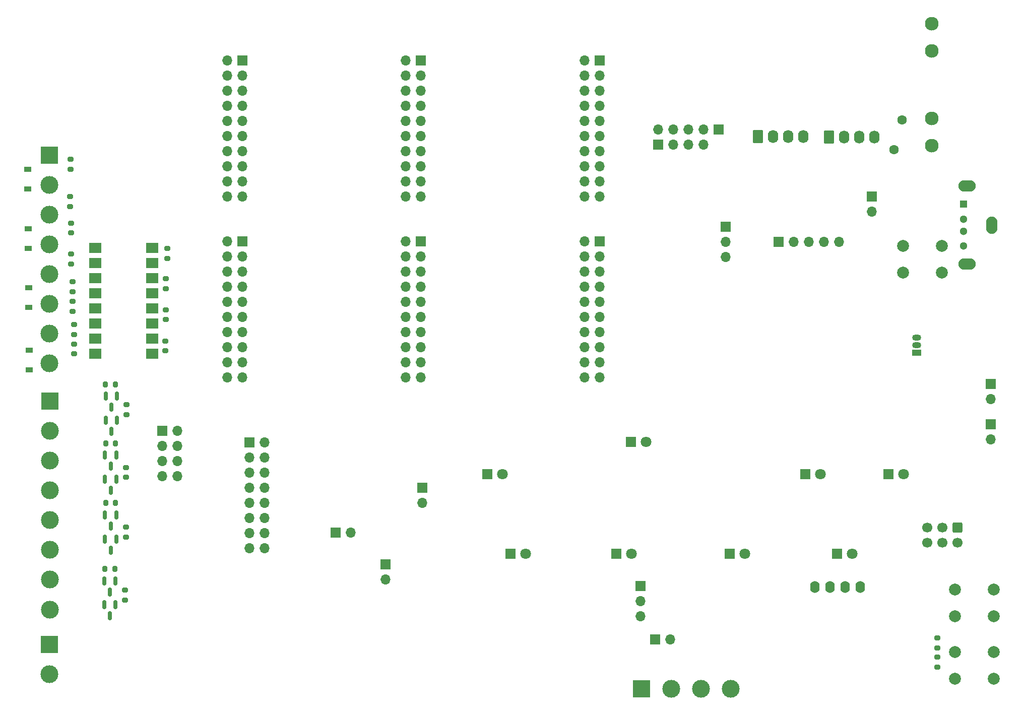
<source format=gbr>
%TF.GenerationSoftware,KiCad,Pcbnew,(6.0.5)*%
%TF.CreationDate,2023-05-15T14:24:38+02:00*%
%TF.ProjectId,stm32_prototyp,73746d33-325f-4707-926f-746f7479702e,rev?*%
%TF.SameCoordinates,Original*%
%TF.FileFunction,Soldermask,Bot*%
%TF.FilePolarity,Negative*%
%FSLAX46Y46*%
G04 Gerber Fmt 4.6, Leading zero omitted, Abs format (unit mm)*
G04 Created by KiCad (PCBNEW (6.0.5)) date 2023-05-15 14:24:38*
%MOMM*%
%LPD*%
G01*
G04 APERTURE LIST*
G04 Aperture macros list*
%AMRoundRect*
0 Rectangle with rounded corners*
0 $1 Rounding radius*
0 $2 $3 $4 $5 $6 $7 $8 $9 X,Y pos of 4 corners*
0 Add a 4 corners polygon primitive as box body*
4,1,4,$2,$3,$4,$5,$6,$7,$8,$9,$2,$3,0*
0 Add four circle primitives for the rounded corners*
1,1,$1+$1,$2,$3*
1,1,$1+$1,$4,$5*
1,1,$1+$1,$6,$7*
1,1,$1+$1,$8,$9*
0 Add four rect primitives between the rounded corners*
20,1,$1+$1,$2,$3,$4,$5,0*
20,1,$1+$1,$4,$5,$6,$7,0*
20,1,$1+$1,$6,$7,$8,$9,0*
20,1,$1+$1,$8,$9,$2,$3,0*%
G04 Aperture macros list end*
%ADD10R,1.700000X1.700000*%
%ADD11C,2.300000*%
%ADD12RoundRect,0.250000X-0.620000X-0.845000X0.620000X-0.845000X0.620000X0.845000X-0.620000X0.845000X0*%
%ADD13O,1.740000X2.190000*%
%ADD14R,3.000000X3.000000*%
%ADD15C,3.000000*%
%ADD16O,1.700000X1.700000*%
%ADD17R,1.800000X1.800000*%
%ADD18C,1.800000*%
%ADD19C,2.000000*%
%ADD20O,1.600000X2.000000*%
%ADD21RoundRect,0.250000X-0.600000X0.600000X-0.600000X-0.600000X0.600000X-0.600000X0.600000X0.600000X0*%
%ADD22C,1.700000*%
%ADD23R,1.500000X1.050000*%
%ADD24O,1.500000X1.050000*%
%ADD25R,1.300000X1.300000*%
%ADD26C,1.300000*%
%ADD27O,1.900000X2.900000*%
%ADD28O,2.900000X1.900000*%
%ADD29C,1.600000*%
%ADD30RoundRect,0.200000X0.275000X-0.200000X0.275000X0.200000X-0.275000X0.200000X-0.275000X-0.200000X0*%
%ADD31R,1.200000X0.900000*%
%ADD32RoundRect,0.150000X-0.150000X0.587500X-0.150000X-0.587500X0.150000X-0.587500X0.150000X0.587500X0*%
%ADD33RoundRect,0.200000X0.200000X0.275000X-0.200000X0.275000X-0.200000X-0.275000X0.200000X-0.275000X0*%
%ADD34RoundRect,0.200000X-0.275000X0.200000X-0.275000X-0.200000X0.275000X-0.200000X0.275000X0.200000X0*%
%ADD35R,2.000000X1.780000*%
G04 APERTURE END LIST*
D10*
%TO.C,J31*%
X187365000Y-53160000D03*
%TD*%
D11*
%TO.C,F1*%
X223139000Y-55905400D03*
X223139000Y-51305400D03*
X223139000Y-40005400D03*
X223139000Y-35405400D03*
%TD*%
D12*
%TO.C,J14*%
X205867000Y-54432200D03*
D13*
X208407000Y-54432200D03*
X210947000Y-54432200D03*
X213487000Y-54432200D03*
%TD*%
D14*
%TO.C,J16*%
X74950000Y-57475000D03*
D15*
X74950000Y-62475000D03*
X74950000Y-67475000D03*
X74950000Y-72475000D03*
X74950000Y-77475000D03*
X74950000Y-82475000D03*
X74950000Y-87475000D03*
X74950000Y-92475000D03*
%TD*%
D10*
%TO.C,J15*%
X108559600Y-105752400D03*
D16*
X111099600Y-105752400D03*
X108559600Y-108292400D03*
X111099600Y-108292400D03*
X108559600Y-110832400D03*
X111099600Y-110832400D03*
X108559600Y-113372400D03*
X111099600Y-113372400D03*
X108559600Y-115912400D03*
X111099600Y-115912400D03*
X108559600Y-118452400D03*
X111099600Y-118452400D03*
X108559600Y-120992400D03*
X111099600Y-120992400D03*
X108559600Y-123532400D03*
X111099600Y-123532400D03*
%TD*%
D10*
%TO.C,J8*%
X177225800Y-55707200D03*
D16*
X177225800Y-53167200D03*
X179765800Y-55707200D03*
X179765800Y-53167200D03*
X182305800Y-55707200D03*
X182305800Y-53167200D03*
X184845800Y-55707200D03*
X184845800Y-53167200D03*
%TD*%
D10*
%TO.C,J1*%
X122975600Y-120904000D03*
D16*
X125515600Y-120904000D03*
%TD*%
D10*
%TO.C,J4*%
X131394200Y-126263400D03*
D16*
X131394200Y-128803400D03*
%TD*%
D10*
%TO.C,J18*%
X107353720Y-41567600D03*
D16*
X104813720Y-41567600D03*
X107353720Y-44107600D03*
X104813720Y-44107600D03*
X107353720Y-46647600D03*
X104813720Y-46647600D03*
X107353720Y-49187600D03*
X104813720Y-49187600D03*
X107353720Y-51727600D03*
X104813720Y-51727600D03*
X107353720Y-54267600D03*
X104813720Y-54267600D03*
X107353720Y-56807600D03*
X104813720Y-56807600D03*
X107353720Y-59347600D03*
X104813720Y-59347600D03*
X107353720Y-61887600D03*
X104813720Y-61887600D03*
X107353720Y-64427600D03*
X104813720Y-64427600D03*
%TD*%
D14*
%TO.C,J7*%
X75037500Y-98847500D03*
D15*
X75037500Y-103847500D03*
X75037500Y-108847500D03*
X75037500Y-113847500D03*
X75037500Y-118847500D03*
X75037500Y-123847500D03*
X75037500Y-128847500D03*
X75037500Y-133847500D03*
%TD*%
D10*
%TO.C,J22*%
X137353720Y-41567600D03*
D16*
X134813720Y-41567600D03*
X137353720Y-44107600D03*
X134813720Y-44107600D03*
X137353720Y-46647600D03*
X134813720Y-46647600D03*
X137353720Y-49187600D03*
X134813720Y-49187600D03*
X137353720Y-51727600D03*
X134813720Y-51727600D03*
X137353720Y-54267600D03*
X134813720Y-54267600D03*
X137353720Y-56807600D03*
X134813720Y-56807600D03*
X137353720Y-59347600D03*
X134813720Y-59347600D03*
X137353720Y-61887600D03*
X134813720Y-61887600D03*
X137353720Y-64427600D03*
X134813720Y-64427600D03*
%TD*%
D10*
%TO.C,J9*%
X93853000Y-103809800D03*
D16*
X96393000Y-103809800D03*
X93853000Y-106349800D03*
X96393000Y-106349800D03*
X93853000Y-108889800D03*
X96393000Y-108889800D03*
X93853000Y-111429800D03*
X96393000Y-111429800D03*
%TD*%
D17*
%TO.C,D33*%
X170180000Y-124460000D03*
D18*
X172720000Y-124460000D03*
%TD*%
D14*
%TO.C,J21*%
X174404000Y-147218400D03*
D15*
X179404000Y-147218400D03*
X184404000Y-147218400D03*
X189404000Y-147218400D03*
%TD*%
D10*
%TO.C,J20*%
X137350000Y-71982880D03*
D16*
X134810000Y-71982880D03*
X137350000Y-74522880D03*
X134810000Y-74522880D03*
X137350000Y-77062880D03*
X134810000Y-77062880D03*
X137350000Y-79602880D03*
X134810000Y-79602880D03*
X137350000Y-82142880D03*
X134810000Y-82142880D03*
X137350000Y-84682880D03*
X134810000Y-84682880D03*
X137350000Y-87222880D03*
X134810000Y-87222880D03*
X137350000Y-89762880D03*
X134810000Y-89762880D03*
X137350000Y-92302880D03*
X134810000Y-92302880D03*
X137350000Y-94842880D03*
X134810000Y-94842880D03*
%TD*%
D10*
%TO.C,J12*%
X176733200Y-138861800D03*
D16*
X179273200Y-138861800D03*
%TD*%
D17*
%TO.C,D28*%
X148460000Y-111100000D03*
D18*
X151000000Y-111100000D03*
%TD*%
D19*
%TO.C,SW5*%
X218375000Y-77275000D03*
X224875000Y-77275000D03*
X224875000Y-72775000D03*
X218375000Y-72775000D03*
%TD*%
%TO.C,SW4*%
X233603800Y-130472800D03*
X227103800Y-130472800D03*
X233603800Y-134972800D03*
X227103800Y-134972800D03*
%TD*%
D17*
%TO.C,D29*%
X172593000Y-105689400D03*
D18*
X175133000Y-105689400D03*
%TD*%
D17*
%TO.C,D31*%
X215900000Y-111125000D03*
D18*
X218440000Y-111125000D03*
%TD*%
D20*
%TO.C,U2*%
X203521800Y-130112200D03*
X206061800Y-130112200D03*
X208601800Y-130112200D03*
X211141800Y-130112200D03*
%TD*%
D10*
%TO.C,J11*%
X233121200Y-102768400D03*
D16*
X233121200Y-105308400D03*
%TD*%
D10*
%TO.C,J25*%
X167353720Y-41567600D03*
D16*
X164813720Y-41567600D03*
X167353720Y-44107600D03*
X164813720Y-44107600D03*
X167353720Y-46647600D03*
X164813720Y-46647600D03*
X167353720Y-49187600D03*
X164813720Y-49187600D03*
X167353720Y-51727600D03*
X164813720Y-51727600D03*
X167353720Y-54267600D03*
X164813720Y-54267600D03*
X167353720Y-56807600D03*
X164813720Y-56807600D03*
X167353720Y-59347600D03*
X164813720Y-59347600D03*
X167353720Y-61887600D03*
X164813720Y-61887600D03*
X167353720Y-64427600D03*
X164813720Y-64427600D03*
%TD*%
D21*
%TO.C,J28*%
X227533200Y-120091200D03*
D22*
X227533200Y-122631200D03*
X224993200Y-120091200D03*
X224993200Y-122631200D03*
X222453200Y-120091200D03*
X222453200Y-122631200D03*
%TD*%
D12*
%TO.C,J19*%
X193929000Y-54412200D03*
D13*
X196469000Y-54412200D03*
X199009000Y-54412200D03*
X201549000Y-54412200D03*
%TD*%
D23*
%TO.C,U8*%
X220625000Y-90675000D03*
D24*
X220625000Y-89405000D03*
X220625000Y-88135000D03*
%TD*%
D10*
%TO.C,J23*%
X167350000Y-71982880D03*
D16*
X164810000Y-71982880D03*
X167350000Y-74522880D03*
X164810000Y-74522880D03*
X167350000Y-77062880D03*
X164810000Y-77062880D03*
X167350000Y-79602880D03*
X164810000Y-79602880D03*
X167350000Y-82142880D03*
X164810000Y-82142880D03*
X167350000Y-84682880D03*
X164810000Y-84682880D03*
X167350000Y-87222880D03*
X164810000Y-87222880D03*
X167350000Y-89762880D03*
X164810000Y-89762880D03*
X167350000Y-92302880D03*
X164810000Y-92302880D03*
X167350000Y-94842880D03*
X164810000Y-94842880D03*
%TD*%
D10*
%TO.C,J24*%
X137541000Y-113411000D03*
D16*
X137541000Y-115951000D03*
%TD*%
D25*
%TO.C,J30*%
X228501000Y-65765800D03*
D26*
X228501000Y-68265800D03*
X228501000Y-70265800D03*
X228501000Y-72765800D03*
D27*
X233281000Y-69265800D03*
D28*
X229101000Y-62695800D03*
X229101000Y-75835800D03*
%TD*%
D10*
%TO.C,J10*%
X197434200Y-72110600D03*
D16*
X199974200Y-72110600D03*
X202514200Y-72110600D03*
X205054200Y-72110600D03*
X207594200Y-72110600D03*
%TD*%
D10*
%TO.C,J3*%
X233045000Y-95961200D03*
D16*
X233045000Y-98501200D03*
%TD*%
D10*
%TO.C,J27*%
X174244000Y-129921000D03*
D16*
X174244000Y-132461000D03*
X174244000Y-135001000D03*
%TD*%
D17*
%TO.C,D32*%
X152400000Y-124460000D03*
D18*
X154940000Y-124460000D03*
%TD*%
D10*
%TO.C,SW3*%
X213080600Y-64465200D03*
D16*
X213080600Y-67005200D03*
%TD*%
D14*
%TO.C,J29*%
X74930000Y-139700000D03*
D15*
X74930000Y-144700000D03*
%TD*%
D17*
%TO.C,D30*%
X201930000Y-111125000D03*
D18*
X204470000Y-111125000D03*
%TD*%
D17*
%TO.C,D35*%
X207259000Y-124460000D03*
D18*
X209799000Y-124460000D03*
%TD*%
D29*
%TO.C,RV1*%
X216839800Y-56565800D03*
X218139800Y-51565800D03*
%TD*%
D17*
%TO.C,D34*%
X189230000Y-124460000D03*
D18*
X191770000Y-124460000D03*
%TD*%
D10*
%TO.C,J17*%
X107350000Y-71982880D03*
D16*
X104810000Y-71982880D03*
X107350000Y-74522880D03*
X104810000Y-74522880D03*
X107350000Y-77062880D03*
X104810000Y-77062880D03*
X107350000Y-79602880D03*
X104810000Y-79602880D03*
X107350000Y-82142880D03*
X104810000Y-82142880D03*
X107350000Y-84682880D03*
X104810000Y-84682880D03*
X107350000Y-87222880D03*
X104810000Y-87222880D03*
X107350000Y-89762880D03*
X104810000Y-89762880D03*
X107350000Y-92302880D03*
X104810000Y-92302880D03*
X107350000Y-94842880D03*
X104810000Y-94842880D03*
%TD*%
D19*
%TO.C,SW2*%
X227103800Y-140970000D03*
X233603800Y-140970000D03*
X233603800Y-145470000D03*
X227103800Y-145470000D03*
%TD*%
D10*
%TO.C,SW1*%
X188569600Y-69545200D03*
D16*
X188569600Y-72085200D03*
X188569600Y-74625200D03*
%TD*%
D30*
%TO.C,R49*%
X79075000Y-90875000D03*
X79075000Y-89225000D03*
%TD*%
D31*
%TO.C,D36*%
X71475000Y-79750000D03*
X71475000Y-83050000D03*
%TD*%
D32*
%TO.C,Q42*%
X84275000Y-107900000D03*
X86175000Y-107900000D03*
X85225000Y-109775000D03*
%TD*%
D30*
%TO.C,R31*%
X224078800Y-140284200D03*
X224078800Y-138634200D03*
%TD*%
D32*
%TO.C,Q43*%
X84140000Y-129050000D03*
X86040000Y-129050000D03*
X85090000Y-130925000D03*
%TD*%
%TO.C,Q41*%
X84140000Y-133047500D03*
X86040000Y-133047500D03*
X85090000Y-134922500D03*
%TD*%
D30*
%TO.C,R34*%
X78800000Y-80425000D03*
X78800000Y-78775000D03*
%TD*%
D33*
%TO.C,R103*%
X85915000Y-127000000D03*
X84265000Y-127000000D03*
%TD*%
%TO.C,R102*%
X86042000Y-105918000D03*
X84392000Y-105918000D03*
%TD*%
D34*
%TO.C,R32*%
X224078800Y-141884400D03*
X224078800Y-143534400D03*
%TD*%
D30*
%TO.C,R97*%
X87757000Y-121666000D03*
X87757000Y-120016000D03*
%TD*%
D33*
%TO.C,R98*%
X85979000Y-96012000D03*
X84329000Y-96012000D03*
%TD*%
D31*
%TO.C,D38*%
X71550000Y-90275000D03*
X71550000Y-93575000D03*
%TD*%
D30*
%TO.C,R100*%
X87757000Y-111633000D03*
X87757000Y-109983000D03*
%TD*%
%TO.C,R46*%
X94700000Y-74850000D03*
X94700000Y-73200000D03*
%TD*%
%TO.C,R47*%
X94500000Y-85150000D03*
X94500000Y-83500000D03*
%TD*%
%TO.C,R50*%
X94500000Y-79950000D03*
X94500000Y-78300000D03*
%TD*%
%TO.C,R96*%
X87884000Y-101092000D03*
X87884000Y-99442000D03*
%TD*%
%TO.C,R35*%
X78600000Y-70575000D03*
X78600000Y-68925000D03*
%TD*%
D32*
%TO.C,Q38*%
X84394000Y-97947000D03*
X86294000Y-97947000D03*
X85344000Y-99822000D03*
%TD*%
%TO.C,Q40*%
X84267000Y-111965500D03*
X86167000Y-111965500D03*
X85217000Y-113840500D03*
%TD*%
D30*
%TO.C,R51*%
X94425000Y-90400000D03*
X94425000Y-88750000D03*
%TD*%
D32*
%TO.C,Q36*%
X84394000Y-102059500D03*
X86294000Y-102059500D03*
X85344000Y-103934500D03*
%TD*%
D30*
%TO.C,R44*%
X78425000Y-66125000D03*
X78425000Y-64475000D03*
%TD*%
%TO.C,R33*%
X78450000Y-59850000D03*
X78450000Y-58200000D03*
%TD*%
D31*
%TO.C,D27*%
X71325000Y-59900000D03*
X71325000Y-63200000D03*
%TD*%
D32*
%TO.C,Q39*%
X84267000Y-117975000D03*
X86167000Y-117975000D03*
X85217000Y-119850000D03*
%TD*%
D30*
%TO.C,R101*%
X87630000Y-132270000D03*
X87630000Y-130620000D03*
%TD*%
D32*
%TO.C,Q37*%
X84267000Y-121998500D03*
X86167000Y-121998500D03*
X85217000Y-123873500D03*
%TD*%
D31*
%TO.C,D37*%
X71350000Y-69900000D03*
X71350000Y-73200000D03*
%TD*%
D30*
%TO.C,R48*%
X78600000Y-75800000D03*
X78600000Y-74150000D03*
%TD*%
D33*
%TO.C,R99*%
X86042000Y-115951000D03*
X84392000Y-115951000D03*
%TD*%
D35*
%TO.C,U4*%
X82635000Y-90840000D03*
X82635000Y-88300000D03*
X82635000Y-85760000D03*
X82635000Y-83220000D03*
X82635000Y-80680000D03*
X82635000Y-78140000D03*
X82635000Y-75600000D03*
X82635000Y-73060000D03*
X92165000Y-73060000D03*
X92165000Y-75600000D03*
X92165000Y-78140000D03*
X92165000Y-80680000D03*
X92165000Y-83220000D03*
X92165000Y-85760000D03*
X92165000Y-88300000D03*
X92165000Y-90840000D03*
%TD*%
D30*
%TO.C,R45*%
X78800000Y-83725000D03*
X78800000Y-82075000D03*
%TD*%
%TO.C,R36*%
X79075000Y-87650000D03*
X79075000Y-86000000D03*
%TD*%
M02*

</source>
